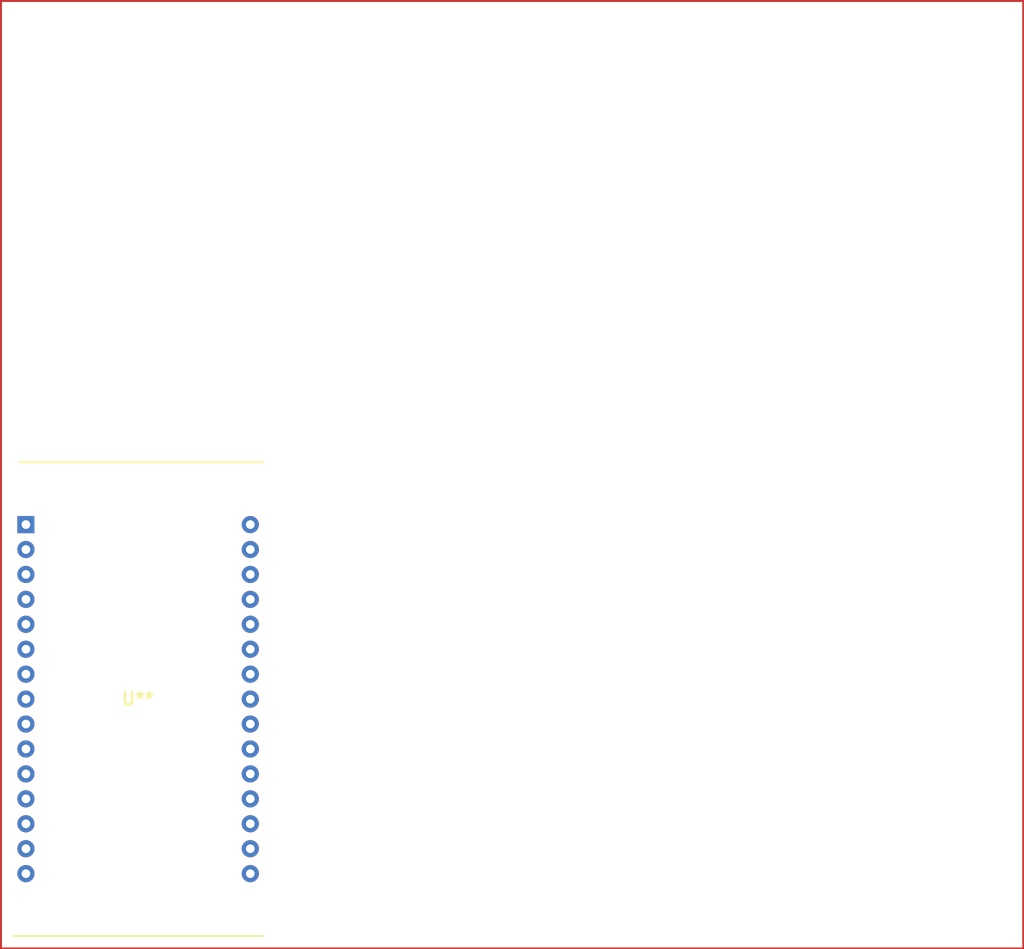
<source format=kicad_pcb>
(kicad_pcb (version 20211014) (generator pcbnew)
  (layers (0 "F.Cu" signal) (31 "B.Cu" signal) (34 "B.Paste" user) (35 "F.Paste" user) (36 "B.SilkS" user "B.Silkscreen") (37 "F.SilkS" user "F.Silkscreen") (38 "B.Mask" user) (39 "F.Mask" user) (44 "Edge.Cuts" user))
  (net 0 "")
  (footprint "NodeMcu:113990105" (layer "F.Cu") (at 93.98 99.06)
    (fp_text reference "U**" (at 11.43 17.78) (layer "F.SilkS") (effects (font (size 1.27 1.27) (thickness 0.254))))
    (fp_text value "113990105" hide)
    (fp_line (start -0.618 -6.35) (end 24.13 -6.35) (layer "F.SilkS") (width 0.2))
    (fp_line (start -1.27 41.91) (end 24.13 41.91) (layer "F.SilkS") (width 0.2))
    (pad "" np_thru_hole circle locked (at 1.06 39.62) (size 2.92 2.92) (drill 2.92) (layers *.Cu *.Mask))
    (pad "" np_thru_hole circle locked (at 1.02 -4.06) (size 2.92 2.92) (drill 2.92) (layers *.Cu *.Mask))
    (pad "" np_thru_hole circle locked (at 21.8 -4.06) (size 2.92 2.92) (drill 2.92) (layers *.Cu *.Mask))
    (pad "" np_thru_hole circle locked (at 21.8 39.62) (size 2.92 2.92) (drill 2.92) (layers *.Cu *.Mask))
    (pad "1" thru_hole rect locked (at 0 0) (size 1.75 1.75) (drill 0.889) (layers *.Cu *.Mask))
    (pad "2" thru_hole circle locked (at 0 2.54) (size 1.75 1.75) (drill 0.889) (layers *.Cu *.Mask))
    (pad "3" thru_hole circle locked (at 0 5.08) (size 1.75 1.75) (drill 0.889) (layers *.Cu *.Mask))
    (pad "4" thru_hole circle locked (at 0 7.62) (size 1.75 1.75) (drill 0.889) (layers *.Cu *.Mask))
    (pad "5" thru_hole circle locked (at 0 10.16) (size 1.75 1.75) (drill 0.889) (layers *.Cu *.Mask))
    (pad "6" thru_hole circle locked (at 0 12.7) (size 1.75 1.75) (drill 0.889) (layers *.Cu *.Mask))
    (pad "7" thru_hole circle locked (at 0 15.24) (size 1.75 1.75) (drill 0.889) (layers *.Cu *.Mask))
    (pad "8" thru_hole circle locked (at 0 17.78) (size 1.75 1.75) (drill 0.889) (layers *.Cu *.Mask))
    (pad "9" thru_hole circle locked (at 0 20.32) (size 1.75 1.75) (drill 0.889) (layers *.Cu *.Mask))
    (pad "10" thru_hole circle locked (at 0 22.86) (size 1.75 1.75) (drill 0.889) (layers *.Cu *.Mask))
    (pad "11" thru_hole circle locked (at 0 25.4) (size 1.75 1.75) (drill 0.889) (layers *.Cu *.Mask))
    (pad "12" thru_hole circle locked (at 0 27.94) (size 1.75 1.75) (drill 0.889) (layers *.Cu *.Mask))
    (pad "13" thru_hole circle locked (at 0 30.48) (size 1.75 1.75) (drill 0.889) (layers *.Cu *.Mask))
    (pad "14" thru_hole circle locked (at 0 33.02) (size 1.75 1.75) (drill 0.889) (layers *.Cu *.Mask))
    (pad "15" thru_hole circle locked (at 0 35.56) (size 1.75 1.75) (drill 0.889) (layers *.Cu *.Mask))
    (pad "16" thru_hole circle locked (at 22.86 35.56) (size 1.75 1.75) (drill 0.889) (layers *.Cu *.Mask))
    (pad "17" thru_hole circle locked (at 22.86 33.02) (size 1.75 1.75) (drill 0.889) (layers *.Cu *.Mask))
    (pad "18" thru_hole circle locked (at 22.86 30.48) (size 1.75 1.75) (drill 0.889) (layers *.Cu *.Mask))
    (pad "19" thru_hole circle locked (at 22.86 27.94) (size 1.75 1.75) (drill 0.889) (layers *.Cu *.Mask))
    (pad "20" thru_hole circle locked (at 22.86 25.4) (size 1.75 1.75) (drill 0.889) (layers *.Cu *.Mask))
    (pad "21" thru_hole circle locked (at 22.86 22.86) (size 1.75 1.75) (drill 0.889) (layers *.Cu *.Mask))
    (pad "22" thru_hole circle locked (at 22.86 20.32) (size 1.75 1.75) (drill 0.889) (layers *.Cu *.Mask))
    (pad "23" thru_hole circle locked (at 22.86 17.78) (size 1.75 1.75) (drill 0.889) (layers *.Cu *.Mask))
    (pad "24" thru_hole circle locked (at 22.86 15.24) (size 1.75 1.75) (drill 0.889) (layers *.Cu *.Mask))
    (pad "25" thru_hole circle locked (at 22.86 12.7) (size 1.75 1.75) (drill 0.889) (layers *.Cu *.Mask))
    (pad "26" thru_hole circle locked (at 22.86 10.16) (size 1.75 1.75) (drill 0.889) (layers *.Cu *.Mask))
    (pad "27" thru_hole circle locked (at 22.86 7.62) (size 1.75 1.75) (drill 0.889) (layers *.Cu *.Mask))
    (pad "28" thru_hole circle locked (at 22.86 5.08) (size 1.75 1.75) (drill 0.889) (layers *.Cu *.Mask))
    (pad "29" thru_hole circle locked (at 22.86 2.54) (size 1.75 1.75) (drill 0.889) (layers *.Cu *.Mask))
    (pad "30" thru_hole circle locked (at 22.86 0) (size 1.75 1.75) (drill 0.889) (layers *.Cu *.Mask))
  )
  (gr_rect (start 91.44 45.72) (end 195.58 142.24) (layer "F.Cu") (width 0.2) (fill none))
)
</source>
